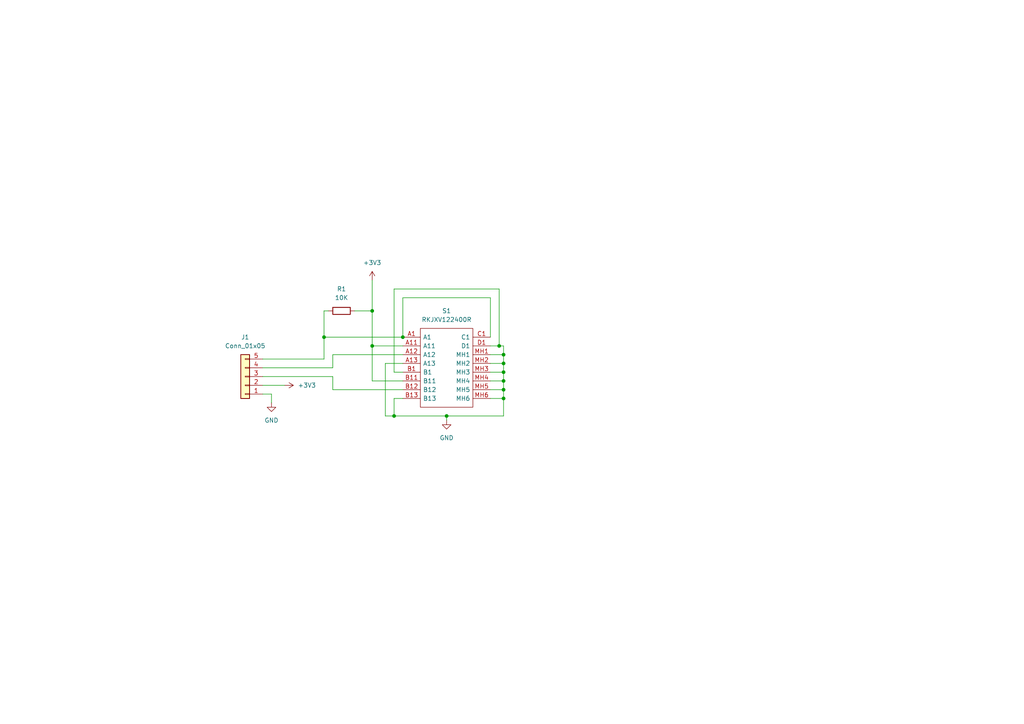
<source format=kicad_sch>
(kicad_sch (version 20211123) (generator eeschema)
  (paper "A4")
  (lib_symbols
    (symbol "Connector_Generic:Conn_01x05" (pin_names (offset 1.016) hide)
      (property "Reference" "J" (at 0 7.62 0))
      (property "Value" "Conn_01x05" (at 0 -7.62 0))
      (symbol "Conn_01x05_1_1"
        (rectangle (start -1.27 -4.953) (end 0 -5.207) (stroke (width 0.1524)))
        (rectangle (start -1.27 -2.413) (end 0 -2.667) (stroke (width 0.1524)))
        (rectangle (start -1.27 0.127) (end 0 -0.127) (stroke (width 0.1524)))
        (rectangle (start -1.27 2.667) (end 0 2.413) (stroke (width 0.1524)))
        (rectangle (start -1.27 5.207) (end 0 4.953) (stroke (width 0.1524)))
        (rectangle (start -1.27 6.35) (end 1.27 -6.35) (stroke (width 0.254)) (fill (type background)))
        (pin passive line (at -5.08 5.08 0) (length 3.81) (name "Pin_1") (number "1"))
        (pin passive line (at -5.08 2.54 0) (length 3.81) (name "Pin_2") (number "2"))
        (pin passive line (at -5.08 0 0) (length 3.81) (name "Pin_3") (number "3"))
        (pin passive line (at -5.08 -2.54 0) (length 3.81) (name "Pin_4") (number "4"))
        (pin passive line (at -5.08 -5.08 0) (length 3.81) (name "Pin_5") (number "5"))
      )
    )
    (symbol "Device:R" (pin_numbers hide) (pin_names (offset 0))
      (property "Reference" "R" (at 2.032 0 90))
      (property "Value" "R" (at 0 0 90))
      (symbol "R_0_1"
        (rectangle (start -1.016 -2.54) (end 1.016 2.54) (stroke (width 0.254)))
      )
      (symbol "R_1_1"
        (pin passive line (at 0 3.81 270) (length 1.27) (name "~") (number "1"))
        (pin passive line (at 0 -3.81 90) (length 1.27) (name "~") (number "2"))
      )
    )
    (symbol "SamacSys_Parts:RKJXV122400R" (pin_names (offset 0.762))
      (property "Reference" "S" (at 21.59 7.62 0))
      (property "Value" "RKJXV122400R" (at 21.59 5.08 0))
      (symbol "RKJXV122400R_0_0"
        (pin passive line (at 0 0 0) (length 5.08) (name "A1") (number "A1"))
        (pin passive line (at 0 -2.54 0) (length 5.08) (name "A11") (number "A11"))
        (pin passive line (at 0 -5.08 0) (length 5.08) (name "A12") (number "A12"))
        (pin passive line (at 0 -7.62 0) (length 5.08) (name "A13") (number "A13"))
        (pin passive line (at 0 -10.16 0) (length 5.08) (name "B1") (number "B1"))
        (pin passive line (at 0 -12.7 0) (length 5.08) (name "B11") (number "B11"))
        (pin passive line (at 0 -15.24 0) (length 5.08) (name "B12") (number "B12"))
        (pin passive line (at 0 -17.78 0) (length 5.08) (name "B13") (number "B13"))
        (pin passive line (at 25.4 0 180) (length 5.08) (name "C1") (number "C1"))
        (pin passive line (at 25.4 -2.54 180) (length 5.08) (name "D1") (number "D1"))
        (pin passive line (at 25.4 -5.08 180) (length 5.08) (name "MH1") (number "MH1"))
        (pin passive line (at 25.4 -7.62 180) (length 5.08) (name "MH2") (number "MH2"))
        (pin passive line (at 25.4 -10.16 180) (length 5.08) (name "MH3") (number "MH3"))
        (pin passive line (at 25.4 -12.7 180) (length 5.08) (name "MH4") (number "MH4"))
        (pin passive line (at 25.4 -15.24 180) (length 5.08) (name "MH5") (number "MH5"))
        (pin passive line (at 25.4 -17.78 180) (length 5.08) (name "MH6") (number "MH6"))
      )
      (symbol "RKJXV122400R_0_1"
        (polyline (pts (xy 5.08 2.54) (xy 20.32 2.54) (xy 20.32 -20.32) (xy 5.08 -20.32) (xy 5.08 2.54)) (stroke (width 0.1524)))
      )
    )
    (symbol "power:+3.3V" (power) (pin_names (offset 0))
      (property "Value" "+3.3V" (at 0 3.556 0))
      (symbol "+3.3V_0_1"
        (polyline (pts (xy -0.762 1.27) (xy 0 2.54)))
        (polyline (pts (xy 0 0) (xy 0 2.54)))
        (polyline (pts (xy 0 2.54) (xy 0.762 1.27)))
      )
      (symbol "+3.3V_1_1"
        (pin power_in line (at 0 0 90) (length 0) hide (name "+3V3") (number "1"))
      )
    )
    (symbol "power:GND" (power) (pin_names (offset 0))
      (property "Value" "GND" (at 0 -3.81 0))
      (symbol "GND_0_1"
        (polyline (pts (xy 0 0) (xy 0 -1.27) (xy 1.27 -1.27) (xy 0 -2.54) (xy -1.27 -1.27) (xy 0 -1.27)))
      )
      (symbol "GND_1_1"
        (pin power_in line (at 0 0 270) (length 0) hide (name "GND") (number "1"))
      )
    )
  )
  (junction (at 146.05 110.49))
  (junction (at 107.95 100.33))
  (junction (at 129.54 120.65))
  (junction (at 146.05 115.57))
  (junction (at 146.05 107.95))
  (junction (at 146.05 113.03))
  (junction (at 146.05 105.41))
  (junction (at 93.98 97.79))
  (junction (at 114.3 120.65))
  (junction (at 146.05 102.87))
  (junction (at 144.78 100.33))
  (junction (at 116.84 97.79))
  (junction (at 107.95 90.17))
  (wire (pts (xy 116.84 115.57) (xy 114.3 115.57)))
  (wire (pts (xy 142.24 102.87) (xy 146.05 102.87)))
  (wire (pts (xy 142.24 115.57) (xy 146.05 115.57)))
  (wire (pts (xy 116.84 110.49) (xy 107.95 110.49)))
  (wire (pts (xy 102.87 90.17) (xy 107.95 90.17)))
  (wire (pts (xy 76.2 104.14) (xy 93.98 104.14)))
  (wire (pts (xy 142.24 100.33) (xy 144.78 100.33)))
  (wire (pts (xy 142.24 105.41) (xy 146.05 105.41)))
  (wire (pts (xy 93.98 104.14) (xy 93.98 97.79)))
  (wire (pts (xy 146.05 100.33) (xy 146.05 102.87)))
  (wire (pts (xy 116.84 102.87) (xy 96.52 102.87)))
  (wire (pts (xy 107.95 110.49) (xy 107.95 100.33)))
  (wire (pts (xy 96.52 106.68) (xy 76.2 106.68)))
  (wire (pts (xy 129.54 121.92) (xy 129.54 120.65)))
  (wire (pts (xy 96.52 102.87) (xy 96.52 106.68)))
  (wire (pts (xy 93.98 97.79) (xy 116.84 97.79)))
  (wire (pts (xy 111.76 120.65) (xy 114.3 120.65)))
  (wire (pts (xy 146.05 120.65) (xy 129.54 120.65)))
  (wire (pts (xy 116.84 113.03) (xy 96.52 113.03)))
  (wire (pts (xy 76.2 111.76) (xy 82.55 111.76)))
  (wire (pts (xy 144.78 100.33) (xy 144.78 83.82)))
  (wire (pts (xy 114.3 83.82) (xy 114.3 107.95)))
  (wire (pts (xy 114.3 120.65) (xy 129.54 120.65)))
  (wire (pts (xy 146.05 110.49) (xy 146.05 113.03)))
  (wire (pts (xy 107.95 100.33) (xy 107.95 90.17)))
  (wire (pts (xy 146.05 113.03) (xy 146.05 115.57)))
  (wire (pts (xy 78.74 114.3) (xy 78.74 116.84)))
  (wire (pts (xy 107.95 90.17) (xy 107.95 81.28)))
  (wire (pts (xy 116.84 97.79) (xy 116.84 86.36)))
  (wire (pts (xy 142.24 113.03) (xy 146.05 113.03)))
  (wire (pts (xy 116.84 100.33) (xy 107.95 100.33)))
  (wire (pts (xy 142.24 86.36) (xy 142.24 97.79)))
  (wire (pts (xy 142.24 107.95) (xy 146.05 107.95)))
  (wire (pts (xy 146.05 115.57) (xy 146.05 120.65)))
  (wire (pts (xy 96.52 113.03) (xy 96.52 109.22)))
  (wire (pts (xy 146.05 105.41) (xy 146.05 107.95)))
  (wire (pts (xy 116.84 105.41) (xy 111.76 105.41)))
  (wire (pts (xy 111.76 105.41) (xy 111.76 120.65)))
  (wire (pts (xy 76.2 114.3) (xy 78.74 114.3)))
  (wire (pts (xy 114.3 107.95) (xy 116.84 107.95)))
  (wire (pts (xy 114.3 115.57) (xy 114.3 120.65)))
  (wire (pts (xy 96.52 109.22) (xy 76.2 109.22)))
  (wire (pts (xy 146.05 107.95) (xy 146.05 110.49)))
  (wire (pts (xy 95.25 90.17) (xy 93.98 90.17)))
  (wire (pts (xy 144.78 100.33) (xy 146.05 100.33)))
  (wire (pts (xy 93.98 90.17) (xy 93.98 97.79)))
  (wire (pts (xy 142.24 110.49) (xy 146.05 110.49)))
  (wire (pts (xy 146.05 102.87) (xy 146.05 105.41)))
  (wire (pts (xy 116.84 86.36) (xy 142.24 86.36)))
  (wire (pts (xy 144.78 83.82) (xy 114.3 83.82)))
  (symbol (lib_id "power:+3.3V") (at 82.55 111.76 270) (unit 1)
    (property "Reference" "#PWR02" (effects hide))
    (property "Value" "+3.3V" (at 86.36 111.7599 90) (effects (justify left)))
  )
  (symbol (lib_id "power:GND") (at 129.54 121.92 0) (unit 1)
    (property "Reference" "#PWR04" (effects hide))
    (property "Value" "GND" (at 129.54 127 0))
  )
  (symbol (lib_id "Connector_Generic:Conn_01x05") (at 71.12 109.22 180) (unit 1)
    (property "Reference" "J1" (at 71.12 97.79 0))
    (property "Value" "Conn_01x05" (at 71.12 100.33 0))
    (property "Footprint" "Connector_PinHeader_2.54mm:PinHeader_1x05_P2.54mm_Vertical" (effects hide))
  )
  (symbol (lib_id "power:GND") (at 78.74 116.84 0) (unit 1)
    (property "Reference" "#PWR01" (effects hide))
    (property "Value" "GND" (at 78.74 121.92 0))
  )
  (symbol (lib_id "Device:R") (at 99.06 90.17 90) (unit 1)
    (property "Reference" "R1" (at 99.06 83.82 90))
    (property "Value" "10K" (at 99.06 86.36 90))
    (property "Footprint" "Resistor_SMD:R_1206_3216Metric_Pad1.30x1.75mm_HandSolder" (effects hide))
  )
  (symbol (lib_id "power:+3.3V") (at 107.95 81.28 0) (unit 1)
    (property "Reference" "#PWR03" (effects hide))
    (property "Value" "+3.3V" (at 107.95 76.2 0))
  )
  (symbol (lib_id "SamacSys_Parts:RKJXV122400R") (at 116.84 97.79 0) (unit 1)
    (property "Reference" "S1" (at 129.54 90.17 0))
    (property "Value" "RKJXV122400R" (at 129.54 92.71 0))
    (property "Footprint" "SamacSys_Parts:RKJXV122400R" (effects hide))
    (property "Datasheet" "https://tech.alpsalpine.com/prod/e/html/multicontrol/potentiometer/rkjxk/rkjxv122400r.html" (effects hide))
    (property "Description" "RKJXV122400R" (effects hide))
    (property "Height" "18.95" (effects hide))
    (property "Mouser Part Number" "688-RKJXV122400R" (effects hide))
    (property "Mouser Price/Stock" "https://www.mouser.co.uk/ProductDetail/ALPS/RKJXV122400R?qs=GedFDFLaBXEbB%252ByoOVwLBg%3D%3D" (effects hide))
    (property "Manufacturer_Name" "ALPS" (effects hide))
    (property "Manufacturer_Part_Number" "RKJXV122400R" (effects hide))
  )
)
</source>
